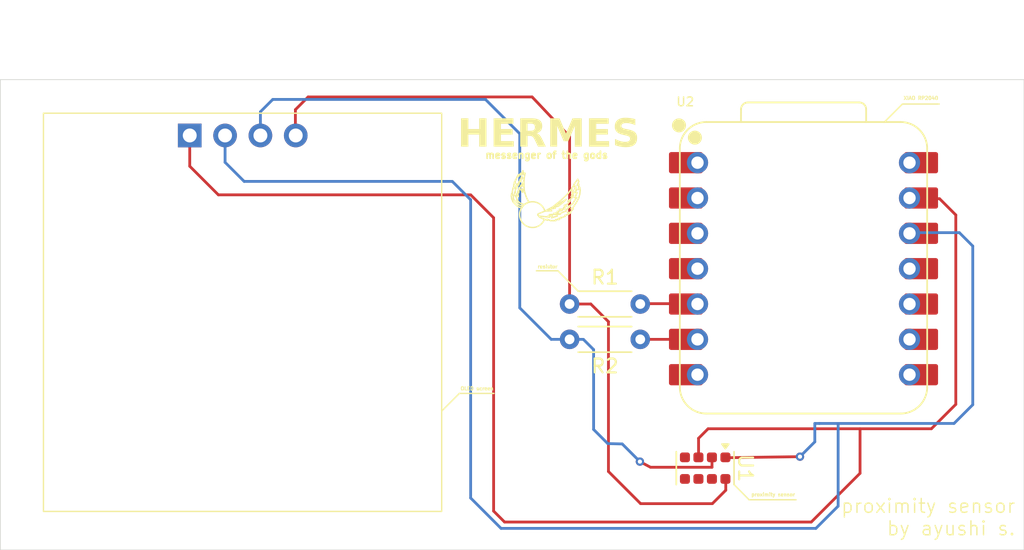
<source format=kicad_pcb>
(kicad_pcb (version 20240108) (generator "pcbnew") (generator_version "8.0")
  (layers (0 "F.Cu" signal) (31 "B.Cu" signal) (34 "B.Paste" user) (35 "F.Paste" user) (36 "B.SilkS" user "B.Silkscreen") (37 "F.SilkS" user "F.Silkscreen") (38 "B.Mask" user) (39 "F.Mask" user) (44 "Edge.Cuts" user))
  (net 0 "")
  (net 1 "VCC")
  (net 2 "GND")
  (net 3 "SDA")
  (net 4 "SCL")
  (net 5 "Net-(U2-GPIO6{slash}SDA)")
  (net 6 "Net-(U2-GPIO7{slash}SCL)")
  (footprint "Sensor:Rohm_RPR-0521RS" (layer "F.Cu") (at 106.5458 100.6472 -90)
    (property "Reference" "U1" (at 0 -2.9 -90) (layer "F.SilkS"))
    (property "Value" "RPR-0521RS")
    (fp_line (start -1.18 2.075) (end 1.18 2.075) (stroke (width 0.12)) (layer "F.SilkS"))
    (fp_line (start -1.18 -2.075) (end 1.18 -2.075) (stroke (width 0.12)) (layer "F.SilkS"))
    (fp_poly (pts (xy -1.4 -1.45) (xy -1.73 -1.21) (xy -1.73 -1.69) (xy -1.4 -1.45)) (stroke (width 0.12)) (fill solid) (layer "F.SilkS"))
    (pad "1" smd roundrect (at -0.775 -1.455 180) (size 0.72 0.7) (layers "F.Cu" "F.Paste" "F.Mask") (net 1 "VCC"))
    (pad "2" smd roundrect (at -0.775 -0.485 180) (size 0.72 0.7) (layers "F.Cu" "F.Paste" "F.Mask") (net 4 "SCL"))
    (pad "3" smd roundrect (at -0.775 0.485 180) (size 0.72 0.7) (layers "F.Cu" "F.Paste" "F.Mask") (net 2 "GND"))
    (pad "4" smd roundrect (at -0.775 1.455 180) (size 0.72 0.7) (layers "F.Cu" "F.Paste" "F.Mask"))
    (pad "5" smd roundrect (at 0.775 1.455 180) (size 0.72 0.7) (layers "F.Cu" "F.Paste" "F.Mask"))
    (pad "6" smd roundrect (at 0.775 0.485 180) (size 0.72 0.7) (layers "F.Cu" "F.Paste" "F.Mask"))
    (pad "7" smd roundrect (at 0.775 -0.485 180) (size 0.72 0.7) (layers "F.Cu" "F.Paste" "F.Mask"))
    (pad "8" smd roundrect (at 0.775 -1.455 180) (size 0.72 0.7) (layers "F.Cu" "F.Paste" "F.Mask") (net 3 "SDA"))
  )
  (footprint "ScottoKeebs_Components:OLED_128x64" (layer "F.Cu") (at 73.3044 76.7334)
    (property "Reference" "J1" (hide yes))
    (property "Value" "OLED_128x64")
    (pad "1" thru_hole rect (at -3.81 0 90) (size 1.7 1.7) (drill 1) (layers "*.Cu" "*.Mask" "In1.Cu" "In2.Cu" "In3.Cu" "In4.Cu" "In5.Cu" "In6.Cu" "In7.Cu" "In8.Cu" "In9.Cu" "In10.Cu" "In11.Cu" "In12.Cu" "In13.Cu" "In14.Cu" "In15.Cu" "In16.Cu" "In17.Cu" "In18.Cu" "In19.Cu" "In20.Cu" "In21.Cu" "In22.Cu" "In23.Cu" "In24.Cu" "In25.Cu" "In26.Cu" "In27.Cu" "In28.Cu" "In29.Cu" "In30.Cu") (net 2 "GND"))
    (pad "2" thru_hole oval (at -1.27 0 90) (size 1.7 1.7) (drill 1) (layers "*.Cu" "*.Mask" "In1.Cu" "In2.Cu" "In3.Cu" "In4.Cu" "In5.Cu" "In6.Cu" "In7.Cu" "In8.Cu" "In9.Cu" "In10.Cu" "In11.Cu" "In12.Cu" "In13.Cu" "In14.Cu" "In15.Cu" "In16.Cu" "In17.Cu" "In18.Cu" "In19.Cu" "In20.Cu" "In21.Cu" "In22.Cu" "In23.Cu" "In24.Cu" "In25.Cu" "In26.Cu" "In27.Cu" "In28.Cu" "In29.Cu" "In30.Cu") (net 1 "VCC"))
    (pad "3" thru_hole oval (at 1.27 0 90) (size 1.7 1.7) (drill 1) (layers "*.Cu" "*.Mask" "In1.Cu" "In2.Cu" "In3.Cu" "In4.Cu" "In5.Cu" "In6.Cu" "In7.Cu" "In8.Cu" "In9.Cu" "In10.Cu" "In11.Cu" "In12.Cu" "In13.Cu" "In14.Cu" "In15.Cu" "In16.Cu" "In17.Cu" "In18.Cu" "In19.Cu" "In20.Cu" "In21.Cu" "In22.Cu" "In23.Cu" "In24.Cu" "In25.Cu" "In26.Cu" "In27.Cu" "In28.Cu" "In29.Cu" "In30.Cu") (net 4 "SCL"))
    (pad "4" thru_hole oval (at 3.81 0 90) (size 1.7 1.7) (drill 1) (layers "*.Cu" "*.Mask" "In1.Cu" "In2.Cu" "In3.Cu" "In4.Cu" "In5.Cu" "In6.Cu" "In7.Cu" "In8.Cu" "In9.Cu" "In10.Cu" "In11.Cu" "In12.Cu" "In13.Cu" "In14.Cu" "In15.Cu" "In16.Cu" "In17.Cu" "In18.Cu" "In19.Cu" "In20.Cu" "In21.Cu" "In22.Cu" "In23.Cu" "In24.Cu" "In25.Cu" "In26.Cu" "In27.Cu" "In28.Cu" "In29.Cu" "In30.Cu") (net 3 "SDA"))
  )
  (footprint "Resistor_THT:R_Axial_DIN0204_L3.6mm_D1.6mm_P5.08mm_Horizontal" (layer "F.Cu") (at 101.8794 91.3892 180)
    (property "Reference" "R2" (at 2.54 -1.92 360) (layer "F.SilkS"))
    (property "Value" "R")
    (fp_line (start 0.62 0.92) (end 4.46 0.92) (stroke (width 0.12)) (layer "F.SilkS"))
    (fp_line (start 0.62 -0.92) (end 4.46 -0.92) (stroke (width 0.12)) (layer "F.SilkS"))
    (pad "1" thru_hole circle (at 0 0 180) (size 1.4 1.4) (drill 0.7) (layers "*.Cu" "*.Mask" "In1.Cu" "In2.Cu" "In3.Cu" "In4.Cu" "In5.Cu" "In6.Cu" "In7.Cu" "In8.Cu" "In9.Cu" "In10.Cu" "In11.Cu" "In12.Cu" "In13.Cu" "In14.Cu" "In15.Cu" "In16.Cu" "In17.Cu" "In18.Cu" "In19.Cu" "In20.Cu" "In21.Cu" "In22.Cu" "In23.Cu" "In24.Cu" "In25.Cu" "In26.Cu" "In27.Cu" "In28.Cu" "In29.Cu" "In30.Cu") (net 6 "Net-(U2-GPIO7{slash}SCL)"))
    (pad "2" thru_hole oval (at 5.08 0 180) (size 1.4 1.4) (drill 0.7) (layers "*.Cu" "*.Mask" "In1.Cu" "In2.Cu" "In3.Cu" "In4.Cu" "In5.Cu" "In6.Cu" "In7.Cu" "In8.Cu" "In9.Cu" "In10.Cu" "In11.Cu" "In12.Cu" "In13.Cu" "In14.Cu" "In15.Cu" "In16.Cu" "In17.Cu" "In18.Cu" "In19.Cu" "In20.Cu" "In21.Cu" "In22.Cu" "In23.Cu" "In24.Cu" "In25.Cu" "In26.Cu" "In27.Cu" "In28.Cu" "In29.Cu" "In30.Cu") (net 4 "SCL"))
  )
  (footprint "Resistor_THT:R_Axial_DIN0204_L3.6mm_D1.6mm_P5.08mm_Horizontal" (layer "F.Cu") (at 96.7994 88.8492)
    (property "Reference" "R1" (at 2.54 -1.92 0) (layer "F.SilkS"))
    (property "Value" "R")
    (fp_line (start 0.62 -0.92) (end 4.46 -0.92) (stroke (width 0.12)) (layer "F.SilkS"))
    (fp_line (start 0.62 0.92) (end 4.46 0.92) (stroke (width 0.12)) (layer "F.SilkS"))
    (pad "1" thru_hole circle (at 0 0) (size 1.4 1.4) (drill 0.7) (layers "*.Cu" "*.Mask" "In1.Cu" "In2.Cu" "In3.Cu" "In4.Cu" "In5.Cu" "In6.Cu" "In7.Cu" "In8.Cu" "In9.Cu" "In10.Cu" "In11.Cu" "In12.Cu" "In13.Cu" "In14.Cu" "In15.Cu" "In16.Cu" "In17.Cu" "In18.Cu" "In19.Cu" "In20.Cu" "In21.Cu" "In22.Cu" "In23.Cu" "In24.Cu" "In25.Cu" "In26.Cu" "In27.Cu" "In28.Cu" "In29.Cu" "In30.Cu") (net 3 "SDA"))
    (pad "2" thru_hole oval (at 5.08 0) (size 1.4 1.4) (drill 0.7) (layers "*.Cu" "*.Mask" "In1.Cu" "In2.Cu" "In3.Cu" "In4.Cu" "In5.Cu" "In6.Cu" "In7.Cu" "In8.Cu" "In9.Cu" "In10.Cu" "In11.Cu" "In12.Cu" "In13.Cu" "In14.Cu" "In15.Cu" "In16.Cu" "In17.Cu" "In18.Cu" "In19.Cu" "In20.Cu" "In21.Cu" "In22.Cu" "In23.Cu" "In24.Cu" "In25.Cu" "In26.Cu" "In27.Cu" "In28.Cu" "In29.Cu" "In30.Cu") (net 5 "Net-(U2-GPIO6{slash}SDA)"))
  )
  (footprint "footprints:XIAO-RP2040-DIP (1)" (layer "F.Cu") (at 113.6142 86.3092)
    (property "Reference" "U2" (at -8.5 -12 0) (layer "F.SilkS") (effects (font (size 0.635 0.635) (thickness 0.1016))))
    (property "Value" "XIAO-RP2040-DIP")
    (fp_line (start -8.89 8.509) (end -8.89 -8.636) (stroke (width 0.127)) (layer "F.SilkS"))
    (fp_line (start -6.985 10.414) (end 6.985 10.414) (stroke (width 0.127)) (layer "F.SilkS"))
    (fp_line (start -4.495 -10.541) (end -4.491272 -11.451272) (stroke (width 0.127)) (layer "F.SilkS"))
    (fp_line (start -3.991272 -11.951) (end 4.004 -11.951) (stroke (width 0.127)) (layer "F.SilkS"))
    (fp_line (start 4.504 -11.451) (end 4.504 -10.541) (stroke (width 0.127)) (layer "F.SilkS"))
    (fp_line (start 6.985 -10.541) (end -6.985 -10.541) (stroke (width 0.1)) (layer "F.SilkS"))
    (fp_line (start 6.985 -10.541) (end -6.985 -10.541) (stroke (width 0.127)) (layer "F.SilkS"))
    (fp_line (start 8.89 8.509) (end 8.89 -8.636) (stroke (width 0.127)) (layer "F.SilkS"))
    (fp_arc (start -8.89 -8.636) (mid -8.332038 -9.983038) (end -6.985 -10.541) (stroke (width 0.127)) (layer "F.SilkS"))
    (fp_arc (start -6.985 10.414) (mid -8.332038 9.856038) (end -8.89 8.509) (stroke (width 0.127)) (layer "F.SilkS"))
    (fp_arc (start -4.491272 -11.451272) (mid -4.344728 -11.80464) (end -3.991272 -11.951) (stroke (width 0.127)) (layer "F.SilkS"))
    (fp_arc (start 4.004 -11.951) (mid 4.357553 -11.804553) (end 4.504 -11.451) (stroke (width 0.127)) (layer "F.SilkS"))
    (fp_arc (start 6.985 -10.541) (mid 8.332038 -9.983038) (end 8.89 -8.636) (stroke (width 0.127)) (layer "F.SilkS"))
    (fp_arc (start 8.89 8.509) (mid 8.332038 9.856038) (end 6.985 10.414) (stroke (width 0.127)) (layer "F.SilkS"))
    (fp_circle (center -8.95 -10.3) (end -8.95 -10.554) (stroke (width 0.5)) (fill solid) (layer "F.SilkS"))
    (fp_circle (center -7.807 -9.42) (end -7.807 -9.674) (stroke (width 0.5)) (fill solid) (layer "F.SilkS"))
    (pad "1" smd roundrect (at -8.455 -7.62 180) (size 2.432 1.524) (layers "F.Cu" "F.Mask") (roundrect_rratio 0.1))
    (pad "1" thru_hole circle (at -7.62 -7.62 180) (size 1.524 1.524) (drill 0.889) (layers "*.Cu" "*.Mask" "In1.Cu" "In2.Cu" "In3.Cu" "In4.Cu" "In5.Cu" "In6.Cu" "In7.Cu" "In8.Cu" "In9.Cu" "In10.Cu" "In11.Cu" "In12.Cu" "In13.Cu" "In14.Cu" "In15.Cu" "In16.Cu" "In17.Cu" "In18.Cu" "In19.Cu" "In20.Cu" "In21.Cu" "In22.Cu" "In23.Cu" "In24.Cu" "In25.Cu" "In26.Cu" "In27.Cu" "In28.Cu" "In29.Cu" "In30.Cu"))
    (pad "2" smd roundrect (at -8.455 -5.08 180) (size 2.432 1.524) (layers "F.Cu" "F.Mask") (roundrect_rratio 0.1))
    (pad "2" thru_hole circle (at -7.62 -5.08 180) (size 1.524 1.524) (drill 0.889) (layers "*.Cu" "*.Mask" "In1.Cu" "In2.Cu" "In3.Cu" "In4.Cu" "In5.Cu" "In6.Cu" "In7.Cu" "In8.Cu" "In9.Cu" "In10.Cu" "In11.Cu" "In12.Cu" "In13.Cu" "In14.Cu" "In15.Cu" "In16.Cu" "In17.Cu" "In18.Cu" "In19.Cu" "In20.Cu" "In21.Cu" "In22.Cu" "In23.Cu" "In24.Cu" "In25.Cu" "In26.Cu" "In27.Cu" "In28.Cu" "In29.Cu" "In30.Cu"))
    (pad "3" smd roundrect (at -8.455 -2.54 180) (size 2.432 1.524) (layers "F.Cu" "F.Mask") (roundrect_rratio 0.1))
    (pad "3" thru_hole circle (at -7.62 -2.54 180) (size 1.524 1.524) (drill 0.889) (layers "*.Cu" "*.Mask" "In1.Cu" "In2.Cu" "In3.Cu" "In4.Cu" "In5.Cu" "In6.Cu" "In7.Cu" "In8.Cu" "In9.Cu" "In10.Cu" "In11.Cu" "In12.Cu" "In13.Cu" "In14.Cu" "In15.Cu" "In16.Cu" "In17.Cu" "In18.Cu" "In19.Cu" "In20.Cu" "In21.Cu" "In22.Cu" "In23.Cu" "In24.Cu" "In25.Cu" "In26.Cu" "In27.Cu" "In28.Cu" "In29.Cu" "In30.Cu"))
    (pad "4" smd roundrect (at -8.455 0 180) (size 2.432 1.524) (layers "F.Cu" "F.Mask") (roundrect_rratio 0.1))
    (pad "4" thru_hole circle (at -7.62 0 180) (size 1.524 1.524) (drill 0.889) (layers "*.Cu" "*.Mask" "In1.Cu" "In2.Cu" "In3.Cu" "In4.Cu" "In5.Cu" "In6.Cu" "In7.Cu" "In8.Cu" "In9.Cu" "In10.Cu" "In11.Cu" "In12.Cu" "In13.Cu" "In14.Cu" "In15.Cu" "In16.Cu" "In17.Cu" "In18.Cu" "In19.Cu" "In20.Cu" "In21.Cu" "In22.Cu" "In23.Cu" "In24.Cu" "In25.Cu" "In26.Cu" "In27.Cu" "In28.Cu" "In29.Cu" "In30.Cu"))
    (pad "5" smd roundrect (at -8.455 2.54 180) (size 2.432 1.524) (layers "F.Cu" "F.Mask") (roundrect_rratio 0.1) (net 5 "Net-(U2-GPIO6{slash}SDA)"))
    (pad "5" thru_hole circle (at -7.62 2.54 180) (size 1.524 1.524) (drill 0.889) (layers "*.Cu" "*.Mask" "In1.Cu" "In2.Cu" "In3.Cu" "In4.Cu" "In5.Cu" "In6.Cu" "In7.Cu" "In8.Cu" "In9.Cu" "In10.Cu" "In11.Cu" "In12.Cu" "In13.Cu" "In14.Cu" "In15.Cu" "In16.Cu" "In17.Cu" "In18.Cu" "In19.Cu" "In20.Cu" "In21.Cu" "In22.Cu" "In23.Cu" "In24.Cu" "In25.Cu" "In26.Cu" "In27.Cu" "In28.Cu" "In29.Cu" "In30.Cu") (net 5 "Net-(U2-GPIO6{slash}SDA)"))
    (pad "6" smd roundrect (at -8.455 5.08 180) (size 2.432 1.524) (layers "F.Cu" "F.Mask") (roundrect_rratio 0.1) (net 6 "Net-(U2-GPIO7{slash}SCL)"))
    (pad "6" thru_hole circle (at -7.62 5.08 180) (size 1.524 1.524) (drill 0.889) (layers "*.Cu" "*.Mask" "In1.Cu" "In2.Cu" "In3.Cu" "In4.Cu" "In5.Cu" "In6.Cu" "In7.Cu" "In8.Cu" "In9.Cu" "In10.Cu" "In11.Cu" "In12.Cu" "In13.Cu" "In14.Cu" "In15.Cu" "In16.Cu" "In17.Cu" "In18.Cu" "In19.Cu" "In20.Cu" "In21.Cu" "In22.Cu" "In23.Cu" "In24.Cu" "In25.Cu" "In26.Cu" "In27.Cu" "In28.Cu" "In29.Cu" "In30.Cu") (net 6 "Net-(U2-GPIO7{slash}SCL)"))
    (pad "7" smd roundrect (at -8.455 7.62 180) (size 2.432 1.524) (layers "F.Cu" "F.Mask") (roundrect_rratio 0.1))
    (pad "7" thru_hole circle (at -7.62 7.62 180) (size 1.524 1.524) (drill 0.889) (layers "*.Cu" "*.Mask" "In1.Cu" "In2.Cu" "In3.Cu" "In4.Cu" "In5.Cu" "In6.Cu" "In7.Cu" "In8.Cu" "In9.Cu" "In10.Cu" "In11.Cu" "In12.Cu" "In13.Cu" "In14.Cu" "In15.Cu" "In16.Cu" "In17.Cu" "In18.Cu" "In19.Cu" "In20.Cu" "In21.Cu" "In22.Cu" "In23.Cu" "In24.Cu" "In25.Cu" "In26.Cu" "In27.Cu" "In28.Cu" "In29.Cu" "In30.Cu"))
    (pad "8" thru_hole circle (at 7.62 7.62) (size 1.524 1.524) (drill 0.889) (layers "*.Cu" "*.Mask" "In1.Cu" "In2.Cu" "In3.Cu" "In4.Cu" "In5.Cu" "In6.Cu" "In7.Cu" "In8.Cu" "In9.Cu" "In10.Cu" "In11.Cu" "In12.Cu" "In13.Cu" "In14.Cu" "In15.Cu" "In16.Cu" "In17.Cu" "In18.Cu" "In19.Cu" "In20.Cu" "In21.Cu" "In22.Cu" "In23.Cu" "In24.Cu" "In25.Cu" "In26.Cu" "In27.Cu" "In28.Cu" "In29.Cu" "In30.Cu"))
    (pad "8" smd roundrect (at 8.455 7.62) (size 2.432 1.524) (layers "F.Cu" "F.Mask") (roundrect_rratio 0.1))
    (pad "9" thru_hole circle (at 7.62 5.08) (size 1.524 1.524) (drill 0.889) (layers "*.Cu" "*.Mask" "In1.Cu" "In2.Cu" "In3.Cu" "In4.Cu" "In5.Cu" "In6.Cu" "In7.Cu" "In8.Cu" "In9.Cu" "In10.Cu" "In11.Cu" "In12.Cu" "In13.Cu" "In14.Cu" "In15.Cu" "In16.Cu" "In17.Cu" "In18.Cu" "In19.Cu" "In20.Cu" "In21.Cu" "In22.Cu" "In23.Cu" "In24.Cu" "In25.Cu" "In26.Cu" "In27.Cu" "In28.Cu" "In29.Cu" "In30.Cu"))
    (pad "9" smd roundrect (at 8.455 5.08) (size 2.432 1.524) (layers "F.Cu" "F.Mask") (roundrect_rratio 0.1))
    (pad "10" thru_hole circle (at 7.62 2.54) (size 1.524 1.524) (drill 0.889) (layers "*.Cu" "*.Mask" "In1.Cu" "In2.Cu" "In3.Cu" "In4.Cu" "In5.Cu" "In6.Cu" "In7.Cu" "In8.Cu" "In9.Cu" "In10.Cu" "In11.Cu" "In12.Cu" "In13.Cu" "In14.Cu" "In15.Cu" "In16.Cu" "In17.Cu" "In18.Cu" "In19.Cu" "In20.Cu" "In21.Cu" "In22.Cu" "In23.Cu" "In24.Cu" "In25.Cu" "In26.Cu" "In27.Cu" "In28.Cu" "In29.Cu" "In30.Cu"))
    (pad "10" smd roundrect (at 8.455 2.54) (size 2.432 1.524) (layers "F.Cu" "F.Mask") (roundrect_rratio 0.1))
    (pad "11" thru_hole circle (at 7.62 0) (size 1.524 1.524) (drill 0.889) (layers "*.Cu" "*.Mask" "In1.Cu" "In2.Cu" "In3.Cu" "In4.Cu" "In5.Cu" "In6.Cu" "In7.Cu" "In8.Cu" "In9.Cu" "In10.Cu" "In11.Cu" "In12.Cu" "In13.Cu" "In14.Cu" "In15.Cu" "In16.Cu" "In17.Cu" "In18.Cu" "In19.Cu" "In20.Cu" "In21.Cu" "In22.Cu" "In23.Cu" "In24.Cu" "In25.Cu" "In26.Cu" "In27.Cu" "In28.Cu" "In29.Cu" "In30.Cu"))
    (pad "11" smd roundrect (at 8.455 0) (size 2.432 1.524) (layers "F.Cu" "F.Mask") (roundrect_rratio 0.1))
    (pad "12" thru_hole circle (at 7.62 -2.54) (size 1.524 1.524) (drill 0.889) (layers "*.Cu" "*.Mask" "In1.Cu" "In2.Cu" "In3.Cu" "In4.Cu" "In5.Cu" "In6.Cu" "In7.Cu" "In8.Cu" "In9.Cu" "In10.Cu" "In11.Cu" "In12.Cu" "In13.Cu" "In14.Cu" "In15.Cu" "In16.Cu" "In17.Cu" "In18.Cu" "In19.Cu" "In20.Cu" "In21.Cu" "In22.Cu" "In23.Cu" "In24.Cu" "In25.Cu" "In26.Cu" "In27.Cu" "In28.Cu" "In29.Cu" "In30.Cu") (net 1 "VCC"))
    (pad "12" smd roundrect (at 8.455 -2.54) (size 2.432 1.524) (layers "F.Cu" "F.Mask") (roundrect_rratio 0.1) (net 1 "VCC"))
    (pad "13" thru_hole circle (at 7.62 -5.08) (size 1.524 1.524) (drill 0.889) (layers "*.Cu" "*.Mask" "In1.Cu" "In2.Cu" "In3.Cu" "In4.Cu" "In5.Cu" "In6.Cu" "In7.Cu" "In8.Cu" "In9.Cu" "In10.Cu" "In11.Cu" "In12.Cu" "In13.Cu" "In14.Cu" "In15.Cu" "In16.Cu" "In17.Cu" "In18.Cu" "In19.Cu" "In20.Cu" "In21.Cu" "In22.Cu" "In23.Cu" "In24.Cu" "In25.Cu" "In26.Cu" "In27.Cu" "In28.Cu" "In29.Cu" "In30.Cu") (net 2 "GND"))
    (pad "13" smd roundrect (at 8.455 -5.08) (size 2.432 1.524) (layers "F.Cu" "F.Mask") (roundrect_rratio 0.1) (net 2 "GND"))
    (pad "14" thru_hole circle (at 7.62 -7.62) (size 1.524 1.524) (drill 0.889) (layers "*.Cu" "*.Mask" "In1.Cu" "In2.Cu" "In3.Cu" "In4.Cu" "In5.Cu" "In6.Cu" "In7.Cu" "In8.Cu" "In9.Cu" "In10.Cu" "In11.Cu" "In12.Cu" "In13.Cu" "In14.Cu" "In15.Cu" "In16.Cu" "In17.Cu" "In18.Cu" "In19.Cu" "In20.Cu" "In21.Cu" "In22.Cu" "In23.Cu" "In24.Cu" "In25.Cu" "In26.Cu" "In27.Cu" "In28.Cu" "In29.Cu" "In30.Cu"))
    (pad "14" smd roundrect (at 8.455 -7.62) (size 2.432 1.524) (layers "F.Cu" "F.Mask") (roundrect_rratio 0.1))
  )
  (gr_line (start 71.5518 81.0006) (end 89.6874 81.0006) (stroke (width 0.2)) (layer "F.Cu") (net 2))
  (gr_line (start 99.5934 100.8888) (end 101.9048 103.2002) (stroke (width 0.2)) (layer "F.Cu") (net 3))
  (gr_line (start 114.173 104.521) (end 117.6782 101.0158) (stroke (width 0.2)) (layer "F.Cu") (net 2))
  (gr_line (start 106.0704 98.5012) (end 106.7562 97.8154) (stroke (width 0.2)) (layer "F.Cu") (net 2))
  (gr_line (start 78.0034 73.9648) (end 94.107 73.9648) (stroke (width 0.2)) (layer "F.Cu") (net 3))
  (gr_line (start 101.854 100.1776) (end 102.616 100.584) (stroke (width 0.2)) (layer "F.Cu") (net 4))
  (gr_line (start 101.9048 103.2002) (end 107.061 103.2002) (stroke (width 0.2)) (layer "F.Cu") (net 3))
  (gr_line (start 113.3602 99.822) (end 108.0262 99.8982) (stroke (width 0.2)) (layer "F.Cu") (net 1))
  (gr_line (start 106.7562 97.8154) (end 122.809 97.8154) (stroke (width 0.2)) (layer "F.Cu") (net 2))
  (gr_line (start 102.616 100.584) (end 107.0356 100.584) (stroke (width 0.2)) (layer "F.Cu") (net 4))
  (gr_line (start 124.5616 96.0628) (end 124.5616 82.4484) (stroke (width 0.2)) (layer "F.Cu") (net 2))
  (gr_line (start 91.3384 103.7336) (end 92.1258 104.521) (stroke (width 0.2)) (layer "F.Cu") (net 2))
  (gr_line (start 107.0356 100.584) (end 107.0356 99.8728) (stroke (width 0.2)) (layer "F.Cu") (net 4))
  (gr_line (start 101.8794 88.8238) (end 106.0196 88.8238) (stroke (width 0.2)) (layer "F.Cu") (net 5))
  (gr_line (start 99.5934 90.1192) (end 99.5934 100.8888) (stroke (width 0.2)) (layer "F.Cu") (net 3))
  (gr_line (start 122.809 97.8154) (end 124.5616 96.0628) (stroke (width 0.2)) (layer "F.Cu") (net 2))
  (gr_line (start 96.7994 88.8492) (end 98.3234 88.8492) (stroke (width 0.2)) (layer "F.Cu") (net 3))
  (gr_line (start 77.089 74.8792) (end 78.0034 73.9648) (stroke (width 0.2)) (layer "F.Cu") (net 3))
  (gr_line (start 101.8794 91.3892) (end 105.9942 91.3892) (stroke (width 0.2)) (layer "F.Cu") (net 6))
  (gr_line (start 96.7994 76.8096) (end 94.107 73.9648) (stroke (width 0.2)) (layer "F.Cu") (net 3))
  (gr_line (start 98.3234 88.8492) (end 99.5934 90.1192) (stroke (width 0.2)) (layer "F.Cu") (net 3))
  (gr_line (start 91.3384 82.6516) (end 91.3384 103.7336) (stroke (width 0.2)) (layer "F.Cu") (net 2))
  (gr_line (start 89.6874 81.0006) (end 91.3384 82.6516) (stroke (width 0.2)) (layer "F.Cu") (net 2))
  (gr_line (start 107.061 103.2002) (end 108.0262 102.235) (stroke (width 0.2)) (layer "F.Cu") (net 3))
  (gr_line (start 124.5616 82.4484) (end 123.3932 81.28) (stroke (width 0.2)) (layer "F.Cu") (net 2))
  (gr_line (start 108.0262 102.235) (end 108.0262 101.5238) (stroke (width 0.2)) (layer "F.Cu") (net 3))
  (gr_line (start 69.4944 76.7334) (end 69.4944 78.9432) (stroke (width 0.2)) (layer "F.Cu") (net 2))
  (gr_line (start 117.6782 101.0158) (end 117.6782 97.8154) (stroke (width 0.2)) (layer "F.Cu") (net 2))
  (gr_line (start 123.3932 81.28) (end 121.2342 81.28) (stroke (width 0.2)) (layer "F.Cu") (net 2))
  (gr_line (start 92.1258 104.521) (end 114.173 104.521) (stroke (width 0.2)) (layer "F.Cu") (net 2))
  (gr_line (start 77.089 76.6826) (end 77.089 74.8792) (stroke (width 0.2)) (layer "F.Cu") (net 3))
  (gr_line (start 106.0704 99.949) (end 106.0704 98.5012) (stroke (width 0.2)) (layer "F.Cu") (net 2))
  (gr_line (start 69.4944 78.9432) (end 71.5518 81.0006) (stroke (width 0.2)) (layer "F.Cu") (net 2))
  (gr_line (start 96.7994 88.8492) (end 96.7994 76.8096) (stroke (width 0.2)) (layer "F.Cu") (net 3))
  (gr_line (start 72.0344 76.7588) (end 72.0344 78.6638) (stroke (width 0.2)) (layer "B.Cu") (net 1))
  (gr_line (start 114.427 98.7552) (end 114.427 97.4344) (stroke (width 0.2)) (layer "B.Cu") (net 1))
  (gr_line (start 100.584 98.9076) (end 99.5426 98.8822) (stroke (width 0.2)) (layer "B.Cu") (net 4))
  (gr_line (start 90.7542 74.1426) (end 93.218 76.6064) (stroke (width 0.2)) (layer "B.Cu") (net 4))
  (gr_line (start 116.1034 103.378) (end 116.1034 97.4598) (stroke (width 0.2)) (layer "B.Cu") (net 1))
  (gr_line (start 114.7572 97.4344) (end 124.4346 97.4344) (stroke (width 0.2)) (layer "B.Cu") (net 1))
  (gr_line (start 73.406 80.0354) (end 88.3666 80.0354) (stroke (width 0.2)) (layer "B.Cu") (net 1))
  (gr_line (start 72.0344 78.6638) (end 73.406 80.0354) (stroke (width 0.2)) (layer "B.Cu") (net 1))
  (gr_line (start 74.5744 76.7334) (end 74.5744 75.0316) (stroke (width 0.2)) (layer "B.Cu") (net 4))
  (gr_line (start 97.79 91.3892) (end 98.5266 92.1258) (stroke (width 0.2)) (layer "B.Cu") (net 4))
  (gr_line (start 125.7808 84.6836) (end 124.8156 83.7184) (stroke (width 0.2)) (layer "B.Cu") (net 1))
  (gr_line (start 98.5266 97.8662) (end 99.5426 98.8822) (stroke (width 0.2)) (layer "B.Cu") (net 4))
  (gr_line (start 98.5266 92.1258) (end 98.5266 97.8662) (stroke (width 0.2)) (layer "B.Cu") (net 4))
  (gr_line (start 89.6874 102.7938) (end 91.8718 104.9782) (stroke (width 0.2)) (layer "B.Cu") (net 1))
  (gr_line (start 113.3602 99.822) (end 114.427 98.7552) (stroke (width 0.2)) (layer "B.Cu") (net 1))
  (gr_line (start 124.4346 97.4344) (end 125.7808 96.0882) (stroke (width 0.2)) (layer "B.Cu") (net 1))
  (gr_line (start 91.8718 104.9782) (end 114.5032 104.9782) (stroke (width 0.2)) (layer "B.Cu") (net 1))
  (gr_line (start 101.854 100.1776) (end 100.584 98.9076) (stroke (width 0.2)) (layer "B.Cu") (net 4))
  (gr_line (start 114.5032 104.9782) (end 116.1034 103.378) (stroke (width 0.2)) (layer "B.Cu") (net 1))
  (gr_line (start 125.7808 96.0882) (end 125.7808 84.6836) (stroke (width 0.2)) (layer "B.Cu") (net 1))
  (gr_line (start 124.8156 83.7184) (end 121.285 83.7184) (stroke (width 0.2)) (layer "B.Cu") (net 1))
  (gr_line (start 93.218 89.1286) (end 95.4786 91.3892) (stroke (width 0.2)) (layer "B.Cu") (net 4))
  (gr_line (start 93.218 76.6064) (end 93.218 89.1286) (stroke (width 0.2)) (layer "B.Cu") (net 4))
  (gr_line (start 88.3666 80.0354) (end 89.6874 81.3562) (stroke (width 0.2)) (layer "B.Cu") (net 1))
  (gr_line (start 95.4786 91.3892) (end 96.7994 91.3892) (stroke (width 0.2)) (layer "B.Cu") (net 4))
  (gr_line (start 74.5744 75.0316) (end 75.4634 74.1426) (stroke (width 0.2)) (layer "B.Cu") (net 4))
  (gr_line (start 114.427 97.4344) (end 114.7572 97.4344) (stroke (width 0.2)) (layer "B.Cu") (net 1))
  (gr_line (start 96.7994 91.3892) (end 97.79 91.3892) (stroke (width 0.2)) (layer "B.Cu") (net 4))
  (gr_line (start 75.4634 74.1426) (end 90.7542 74.1426) (stroke (width 0.2)) (layer "B.Cu") (net 4))
  (gr_line (start 89.6874 81.3562) (end 89.6874 102.7938) (stroke (width 0.2)) (layer "B.Cu") (net 1))
  (gr_line (start 95.9866 81.8134) (end 96.3168 81.5594) (stroke (width 0.1)) (layer "F.SilkS"))
  (gr_line (start 96.901 81.1276) (end 97.0788 81.026) (stroke (width 0.1)) (layer "F.SilkS"))
  (gr_line (start 92.6338 81.28) (end 92.6084 81.0768) (stroke (width 0.1)) (layer "F.SilkS"))
  (gr_line (start 92.8878 80.0354) (end 92.9132 79.9084) (stroke (width 0.1)) (layer "F.SilkS"))
  (gr_line (start 93.5228 80.2386) (end 93.5228 79.9846) (stroke (width 0.1)) (layer "F.SilkS"))
  (gr_line (start 92.8624 80.7974) (end 92.8878 80.8482) (stroke (width 0.1)) (layer "F.SilkS"))
  (gr_line (start 92.6084 81.0768) (end 92.6338 80.899) (stroke (width 0.1)) (layer "F.SilkS"))
  (gr_line (start 93.091 81.026) (end 93.1164 81.1276) (stroke (width 0.1)) (layer "F.SilkS"))
  (gr_line (start 97.282 81.5594) (end 97.028 81.9404) (stroke (width 0.1)) (layer "F.SilkS"))
  (gr_line (start 96.266 82.1182) (end 96.0628 82.042) (stroke (width 0.1)) (layer "F.SilkS"))
  (gr_line (start 95.2881 82.0293) (end 95.758 81.9658) (stroke (width 0.1)) (layer "F.SilkS"))
  (gr_line (start 96.0628 82.042) (end 96.4692 82.0166) (stroke (width 0.1)) (layer "F.SilkS"))
  (gr_line (start 96.8248 82.2706) (end 96.647 82.2706) (stroke (width 0.1)) (layer "F.SilkS"))
  (gr_line (start 95.5548 82.5246) (end 95.3516 82.423) (stroke (width 0.1)) (layer "F.SilkS"))
  (gr_line (start 93.6752 81.1276) (end 93.599 80.899) (stroke (width 0.1)) (layer "F.SilkS"))
  (gr_line (start 97.4598 80.2386) (end 97.4598 80.4672) (stroke (width 0.1)) (layer "F.SilkS"))
  (gr_line (start 97.028 80.4418) (end 97.155 80.1878) (stroke (width 0.1)) (layer "F.SilkS"))
  (gr_line (start 97.1804 81.2038) (end 97.282 80.9752) (stroke (width 0.1)) (layer "F.SilkS"))
  (gr_line (start 97.3074 81.2038) (end 97.1804 81.2038) (stroke (width 0.1)) (layer "F.SilkS"))
  (gr_line (start 94.5769 82.5246) (end 95.3516 82.6008) (stroke (width 0.1)) (layer "F.SilkS"))
  (gr_line (start 93.0148 79.7306) (end 93.1164 79.5528) (stroke (width 0.1)) (layer "F.SilkS"))
  (gr_line (start 92.9386 79.9338) (end 93.0148 79.7306) (stroke (width 0.1)) (layer "F.SilkS"))
  (gr_line (start 96.9772 80.8228) (end 97.0534 80.6704) (stroke (width 0.1)) (layer "F.SilkS"))
  (gr_line (start 96.139 81.4324) (end 96.6978 80.899) (stroke (width 0.1)) (layer "F.SilkS"))
  (gr_line (start 93.5482 80.6958) (end 93.5228 80.4418) (stroke (width 0.1)) (layer "F.SilkS"))
  (gr_line (start 93.4466 79.2734) (end 93.4466 79.5528) (stroke (width 0.1)) (layer "F.SilkS"))
  (gr_line (start 95.9866 82.7024) (end 96.0374 82.7786) (stroke (width 0.1)) (layer "F.SilkS"))
  (gr_line (start 95.6818 82.3214) (end 96.012 82.296) (stroke (width 0.1)) (layer "F.SilkS"))
  (gr_line (start 96.0374 82.7786) (end 95.8088 82.7786) (stroke (width 0.1)) (layer "F.SilkS"))
  (gr_line (start 93.2942 80.3148) (end 93.2434 80.4672) (stroke (width 0.1)) (layer "F.SilkS"))
  (gr_rect (start 58.9788 75.1332) (end 87.6046 103.759) (stroke (width 0.1)) (fill none) (layer "F.SilkS"))
  (gr_line (start 97.0534 80.6704) (end 96.8629 80.6704) (stroke (width 0.1)) (layer "F.SilkS"))
  (gr_line (start 95.3516 82.423) (end 95.8088 82.3976) (stroke (width 0.1)) (layer "F.SilkS"))
  (gr_line (start 97.028 81.9404) (end 96.901 81.9912) (stroke (width 0.1)) (layer "F.SilkS"))
  (gr_line (start 93.3196 79.7306) (end 93.3704 79.6798) (stroke (width 0.1)) (layer "F.SilkS"))
  (gr_line (start 93.3704 79.6798) (end 93.472 79.9084) (stroke (width 0.1)) (layer "F.SilkS"))
  (gr_line (start 92.6846 81.026) (end 92.6846 80.772) (stroke (width 0.1)) (layer "F.SilkS"))
  (gr_line (start 92.8878 80.8482) (end 92.9132 80.5688) (stroke (width 0.1)) (layer "F.SilkS"))
  (gr_line (start 93.8276 81.534) (end 93.9038 81.534) (stroke (width 0.1)) (layer "F.SilkS"))
  (gr_line (start 96.5454 81.3308) (end 95.7326 81.8134) (stroke (width 0.1)) (layer "F.SilkS"))
  (gr_line (start 97.2566 80.4926) (end 97.1804 80.5434) (stroke (width 0.1)) (layer "F.SilkS"))
  (gr_line (start 87.63 96.52) (end 88.8746 95.2754) (stroke (width 0.1)) (layer "F.SilkS"))
  (gr_line (start 93.0402 81.3562) (end 92.9132 81.0768) (stroke (width 0.1)) (layer "F.SilkS"))
  (gr_line (start 95.9612 86.4616) (end 94.4118 86.4616) (stroke (width 0.1)) (layer "F.SilkS"))
  (gr_line (start 97.028 81.6356) (end 97.1296 81.4578) (stroke (width 0.1)) (layer "F.SilkS"))
  (gr_line (start 97.155 80.8228) (end 97.282 80.6958) (stroke (width 0.1)) (layer "F.SilkS"))
  (gr_line (start 92.964 81.1022) (end 92.9894 81.026) (stroke (width 0.1)) (layer "F.SilkS"))
  (gr_line (start 96.9518 80.9752) (end 97.155 80.8228) (stroke (width 0.1)) (layer "F.SilkS"))
  (gr_line (start 93.5482 79.7306) (end 93.599 79.4512) (stroke (width 0.1)) (layer "F.SilkS"))
  (gr_line (start 95.758 81.9658) (end 95.5802 81.915) (stroke (width 0.1)) (layer "F.SilkS"))
  (gr_line (start 93.1418 80.8482) (end 93.1926 80.4926) (stroke (width 0.1)) (layer "F.SilkS"))
  (gr_line (start 94.6404 82.6008) (end 94.5134 82.4484) (stroke (width 0.1)) (layer "F.SilkS"))
  (gr_line (start 88.8746 95.2754) (end 91.3638 95.2754) (stroke (width 0.1)) (layer "F.SilkS"))
  (gr_line (start 92.8116 81.3816) (end 92.7608 81.28) (stroke (width 0.1)) (layer "F.SilkS"))
  (gr_line (start 96.8756 82.296) (end 96.7232 82.3976) (stroke (width 0.1)) (layer "F.SilkS"))
  (gr_line (start 96.6724 81.4578) (end 96.8248 81.3308) (stroke (width 0.1)) (layer "F.SilkS"))
  (gr_line (start 96.1644 82.7024) (end 95.9866 82.7024) (stroke (width 0.1)) (layer "F.SilkS"))
  (gr_line (start 95.5802 81.915) (end 95.9866 81.8134) (stroke (width 0.1)) (layer "F.SilkS"))
  (gr_line (start 93.4466 81.788) (end 93.5482 81.6864) (stroke (width 0.1)) (layer "F.SilkS"))
  (gr_line (start 97.3836 79.883) (end 97.4598 80.0354) (stroke (width 0.1)) (layer "F.SilkS"))
  (gr_line (start 93.0148 81.5594) (end 92.9132 81.4832) (stroke (width 0.1)) (layer "F.SilkS"))
  (gr_line (start 97.155 80.8228) (end 96.9772 80.8228) (stroke (width 0.1)) (layer "F.SilkS"))
  (gr_line (start 93.1164 81.1276) (end 93.091 80.899) (stroke (width 0.1)) (layer "F.SilkS"))
  (gr_line (start 93.1926 80.4926) (end 93.4212 80.8228) (stroke (width 0.1)) (layer "F.SilkS"))
  (gr_line (start 93.3958 80.5688) (end 93.5228 80.7212) (stroke (width 0.1)) (layer "F.SilkS"))
  (gr_line (start 97.2058 80.645) (end 97.2566 80.4926) (stroke (width 0.1)) (layer "F.SilkS"))
  (gr_line (start 96.8502 81.8388) (end 96.6978 81.8388) (stroke (width 0.1)) (layer "F.SilkS"))
  (gr_line (start 93.1926 81.8896) (end 93.0148 81.788) (stroke (width 0.1)) (layer "F.SilkS"))
  (gr_line (start 97.4598 81.2292) (end 97.282 81.5594) (stroke (width 0.1)) (layer "F.SilkS"))
  (gr_line (start 96.3168 81.5594) (end 96.5454 81.3308) (stroke (width 0.1)) (layer "F.SilkS"))
  (gr_line (start 93.0148 80.9244) (end 93.0656 81.0006) (stroke (width 0.1)) (layer "F.SilkS"))
  (gr_line (start 97.5614 80.6704) (end 97.536 80.9498) (stroke (width 0.1)) (layer "F.SilkS"))
  (gr_line (start 93.3704 81.9404) (end 93.4466 81.788) (stroke (width 0.1)) (layer "F.SilkS"))
  (gr_line (start 95.0214 82.169) (end 95.5548 81.8896) (stroke (width 0.1)) (layer "F.SilkS"))
  (gr_line (start 93.3958 80.1878) (end 93.345 80.391) (stroke (width 0.1)) (layer "F.SilkS"))
  (gr_line (start 96.5454 81.8388) (end 96.4184 81.7626) (stroke (width 0.1)) (layer "F.SilkS"))
  (gr_line (start 95.3516 82.6008) (end 95.25 82.5246) (stroke (width 0.1)) (layer "F.SilkS"))
  (gr_line (start 96.901 81.9912) (end 97.0534 82.0166) (stroke (width 0.1)) (layer "F.SilkS"))
  (gr_line (start 96.7232 82.3976) (end 96.4692 82.4738) (stroke (width 0.1)) (layer "F.SilkS"))
  (gr_line (start 97.282 80.6196) (end 97.2058 80.645) (stroke (width 0.1)) (layer "F.SilkS"))
  (gr_line (start 97.1804 80.5434) (end 97.2312 80.391) (stroke (width 0.1)) (layer "F.SilkS"))
  (gr_line (start 96.4184 81.7626) (end 96.6216 81.6864) (stroke (width 0.1)) (layer "F.SilkS"))
  (gr_line (start 93.1418 80.2894) (end 93.2434 79.883) (stroke (width 0.1)) (layer "F.SilkS"))
  (gr_line (start 93.5228 80.7212) (end 93.599 80.899) (stroke (width 0.1)) (layer "F.SilkS"))
  (gr_line (start 97.536 80.4672) (end 97.5614 80.6704) (stroke (width 0.1)) (layer "F.SilkS"))
  (gr_line (start 95.9104 82.5246) (end 95.8088 82.3976) (stroke (width 0.1)) (layer "F.SilkS"))
  (gr_line (start 93.5482 81.6864) (end 93.7006 81.6102) (stroke (width 0.1)) (layer "F.SilkS"))
  (gr_line (start 92.7608 81.28) (end 92.7608 81.1276) (stroke (width 0.1)) (layer "F.SilkS"))
  (gr_line (start 93.3704 81.9404) (end 93.1926 81.8896) (stroke (width 0.1)) (layer "F.SilkS"))
  (gr_line (start 97.0534 82.0166) (end 96.8248 82.2706) (stroke (width 0.1)) (layer "F.SilkS"))
  (gr_line (start 94.996 82.7532) (end 94.8436 82.7024) (stroke (width 0.1)) (layer "F.SilkS"))
  (gr_line (start 119.4308 75.7682) (end 120.7262 74.4728) (stroke (width 0.1)) (layer "F.SilkS"))
  (gr_line (start 97.4598 80.0354) (end 97.3582 80.3148) (stroke (width 0.1)) (layer "F.SilkS"))
  (gr_line (start 92.8116 80.2132) (end 92.837 80.0862) (stroke (width 0.1)) (layer "F.SilkS"))
  (gr_line (start 96.5708 82.1436) (end 96.5962 82.042) (stroke (width 0.1)) (layer "F.SilkS"))
  (gr_line (start 96.2152 82.296) (end 96.5708 82.1436) (stroke (width 0.1)) (layer "F.SilkS"))
  (gr_line (start 93.2942 79.5782) (end 93.4466 79.2734) (stroke (width 0.1)) (layer "F.SilkS"))
  (gr_line (start 96.8248 81.3308) (end 97.0534 81.153) (stroke (width 0.1)) (layer "F.SilkS"))
  (gr_line (start 97.0534 81.153) (end 96.901 81.1276) (stroke (width 0.1)) (layer "F.SilkS"))
  (gr_line (start 92.8116 80.9752) (end 92.837 81.0006) (stroke (width 0.1)) (layer "F.SilkS"))
  (gr_line (start 93.9038 81.534) (end 93.7768 81.3562) (stroke (width 0.1)) (layer "F.SilkS"))
  (gr_line (start 95.1738 82.7532) (end 95.1992 82.8294) (stroke (width 0.1)) (layer "F.SilkS"))
  (gr_line (start 94.5388 82.3722) (end 95.0214 82.169) (stroke (width 0.1)) (layer "F.SilkS"))
  (gr_line (start 92.7354 81.5086) (end 92.6338 81.28) (stroke (width 0.1)) (layer "F.SilkS"))
  (gr_line (start 96.4946 82.5246) (end 96.2914 82.6262) (stroke (width 0.1)) (layer "F.SilkS"))
  (gr_line (start 109.7026 102.9208) (end 113.0808 102.9208) (stroke (width 0.1)) (layer "F.SilkS"))
  (gr_line (start 96.1136 82.3976) (end 96.2152 82.296) (stroke (width 0.1)) (layer "F.SilkS"))
  (gr_line (start 92.9132 81.4832) (end 92.8116 81.3816) (stroke (width 0.1)) (layer "F.SilkS"))
  (gr_line (start 93.4466 80.3656) (end 93.3958 80.1878) (stroke (width 0.1)) (layer "F.SilkS"))
  (gr_line (start 96.4692 82.4738) (end 96.4946 82.5246) (stroke (width 0.1)) (layer "F.SilkS"))
  (gr_line (start 93.7768 81.3562) (end 93.6752 81.1276) (stroke (width 0.1)) (layer "F.SilkS"))
  (gr_line (start 96.012 82.296) (end 95.9104 82.1944) (stroke (width 0.1)) (layer "F.SilkS"))
  (gr_line (start 95.9104 82.1944) (end 96.266 82.1182) (stroke (width 0.1)) (layer "F.SilkS"))
  (gr_line (start 93.4466 79.5528) (end 93.5228 79.4258) (stroke (width 0.1)) (layer "F.SilkS"))
  (gr_line (start 93.5228 79.4258) (end 93.599 79.4512) (stroke (width 0.1)) (layer "F.SilkS"))
  (gr_line (start 92.964 80.3148) (end 92.9894 80.5434) (stroke (width 0.1)) (layer "F.SilkS"))
  (gr_line (start 93.1164 80.6704) (end 93.1418 80.8482) (stroke (width 0.1)) (layer "F.SilkS"))
  (gr_line (start 97.4194 87.9292) (end 95.9612 86.4616) (stroke (width 0.1)) (layer "F.SilkS"))
  (gr_line (start 93.218 79.5274) (end 93.2942 79.4512) (stroke (width 0.1)) (layer "F.SilkS"))
  (gr_line (start 93.5228 79.9846) (end 93.5482 79.7306) (stroke (width 0.1)) (layer "F.SilkS"))
  (gr_line (start 93.4212 80.8228) (end 93.3958 80.5688) (stroke (width 0.1)) (layer "F.SilkS"))
  (gr_line (start 97.155 80.1878) (end 97.3836 79.883) (stroke (width 0.1)) (layer "F.SilkS"))
  (gr_line (start 93.1418 79.6798) (end 93.218 79.5274) (stroke (width 0.1)) (layer "F.SilkS"))
  (gr_line (start 95.25 82.5246) (end 95.5548 82.5246) (stroke (width 0.1)) (layer "F.SilkS"))
  (gr_line (start 92.837 81.0006) (end 92.8624 80.7974) (stroke (width 0.1)) (layer "F.SilkS"))
  (gr_line (start 95.8088 82.3976) (end 95.6818 82.3214) (stroke (width 0.1)) (layer "F.SilkS"))
  (gr_line (start 97.2312 80.391) (end 97.0788 80.391) (stroke (width 0.1)) (layer "F.SilkS"))
  (gr_line (start 92.6846 80.772) (end 92.7354 80.4926) (stroke (width 0.1)) (layer "F.SilkS"))
  (gr_line (start 93.1672 80.0608) (end 93.1418 80.2894) (stroke (width 0.1)) (layer "F.SilkS"))
  (gr_line (start 95.8088 82.8548) (end 95.631 82.8548) (stroke (width 0.1)) (layer "F.SilkS"))
  (gr_line (start 92.9132 81.0768) (end 92.964 81.1022) (stroke (width 0.1)) (layer "F.SilkS"))
  (gr_line (start 92.7608 81.1276) (end 92.8116 80.9752) (stroke (width 0.1)) (layer "F.SilkS"))
  (gr_line (start 93.3704 81.8134) (end 93.1418 81.7118) (stroke (width 0.1)) (layer "F.SilkS"))
  (gr_line (start 93.7006 81.6102) (end 93.8276 81.534) (stroke (width 0.1)) (layer "F.SilkS"))
  (gr_line (start 96.6978 80.899) (end 97.028 80.4418) (stroke (width 0.1)) (layer "F.SilkS"))
  (gr_line (start 93.472 80.0608) (end 93.4466 80.3656) (stroke (width 0.1)) (layer "F.SilkS"))
  (gr_line (start 93.0148 81.788) (end 92.8878 81.661) (stroke (width 0.1)) (layer "F.SilkS"))
  (gr_line (start 93.2942 80.0608) (end 93.3196 79.7306) (stroke (width 0.1)) (layer "F.SilkS"))
  (gr_line (start 92.7862 80.3148) (end 92.8116 80.2132) (stroke (width 0.1)) (layer "F.SilkS"))
  (gr_line (start 92.8878 81.661) (end 92.7354 81.5086) (stroke (width 0.1)) (layer "F.SilkS"))
  (gr_line (start 93.599 80.899) (end 93.5482 80.6958) (stroke (width 0.1)) (layer "F.SilkS"))
  (gr_line (start 97.282 80.9752) (end 97.3328 80.8482) (stroke (width 0.1)) (layer "F.SilkS"))
  (gr_line (start 97.536 80.9498) (end 97.4598 81.2292) (stroke (width 0.1)) (layer "F.SilkS"))
  (gr_line (start 92.8878 80.1624) (end 92.8878 80.0354) (stroke (width 0.1)) (layer "F.SilkS"))
  (gr_line (start 93.2434 79.883) (end 93.2942 80.0608) (stroke (width 0.1)) (layer "F.SilkS"))
  (gr_line (start 96.647 82.2706) (end 96.8756 82.296) (stroke (width 0.1)) (layer "F.SilkS"))
  (gr_line (start 93.1164 79.5528) (end 93.1418 79.6798) (stroke (width 0.1)) (layer "F.SilkS"))
  (gr_line (start 108.6208 101.8272) (end 109.7026 102.9208) (stroke (width 0.1)) (layer "F.SilkS"))
  (gr_line (start 93.218 81.5848) (end 93.0148 81.3816) (stroke (width 0.1)) (layer "F.SilkS"))
  (gr_line (start 93.1418 81.7118) (end 93.0148 81.5594) (stroke (width 0.1)) (layer "F.SilkS"))
  (gr_line (start 120.7262 74.4728) (end 123.3678 74.4728) (stroke (width 0.1)) (layer "F.SilkS"))
  (gr_line (start 94.8436 82.7024) (end 94.6404 82.6008) (stroke (width 0.1)) (layer "F.SilkS"))
  (gr_line (start 93.472 81.6864) (end 93.218 81.5848) (stroke (width 0.1)) (layer "F.SilkS"))
  (gr_line (start 93.2942 79.4512) (end 93.2942 79.5782) (stroke (width 0.1)) (layer "F.SilkS"))
  (gr_line (start 93.0148 80.2132) (end 93.0656 80.3656) (stroke (width 0.1)) (layer "F.SilkS"))
  (gr_line (start 92.9132 79.9084) (end 92.9386 79.9338) (stroke (width 0.1)) (layer "F.SilkS"))
  (gr_line (start 93.0148 81.3816) (end 93.0402 81.3562) (stroke (width 0.1)) (layer "F.SilkS"))
  (gr_line (start 95.0214 82.169) (end 95.504 82.1436) (stroke (width 0.1)) (layer "F.SilkS"))
  (gr_line (start 97.409 80.6196) (end 97.536 80.4672) (stroke (width 0.1)) (layer "F.SilkS"))
  (gr_line (start 95.504 82.6516) (end 95.9104 82.5246) (stroke (width 0.1)) (layer "F.SilkS"))
  (gr_line (start 92.837 80.0862) (end 92.8878 80.1624) (stroke (width 0.1)) (layer "F.SilkS"))
  (gr_line (start 97.3582 80.3148) (end 97.4598 80.2386) (stroke (width 0.1)) (layer "F.SilkS"))
  (gr_line (start 92.9132 80.5688) (end 92.964 80.3148) (stroke (width 0.1)) (layer "F.SilkS"))
  (gr_line (start 97.282 80.6958) (end 97.282 80.6196) (stroke (width 0.1)) (layer "F.SilkS"))
  (gr_arc (start 94.995999 82.7532) (mid 93.2087 82.382839) (end 95.021399 82.169) (stroke (width 0.1)) (layer "F.SilkS"))
  (gr_line (start 96.5962 82.042) (end 96.8502 81.8388) (stroke (width 0.1)) (layer "F.SilkS"))
  (gr_line (start 97.4598 80.4672) (end 97.409 80.6196) (stroke (width 0.1)) (layer "F.SilkS"))
  (gr_line (start 96.6978 81.8388) (end 97.028 81.6356) (stroke (width 0.1)) (layer "F.SilkS"))
  (gr_line (start 93.0656 81.0006) (end 93.0656 80.7974) (stroke (width 0.1)) (layer "F.SilkS"))
  (gr_line (start 95.504 82.1436) (end 95.2881 82.0293) (stroke (width 0.1)) (layer "F.SilkS"))
  (gr_line (start 92.7862 80.4164) (end 92.7862 80.3148) (stroke (width 0.1)) (layer "F.SilkS"))
  (gr_line (start 97.1296 81.4578) (end 97.3074 81.2038) (stroke (width 0.1)) (layer "F.SilkS"))
  (gr_line (start 92.9894 81.026) (end 93.0148 80.9244) (stroke (width 0.1)) (layer "F.SilkS"))
  (gr_line (start 94.5134 82.4484) (end 94.5388 82.3722) (stroke (width 0.1)) (layer "F.SilkS"))
  (gr_line (start 93.345 80.391) (end 93.2942 80.3148) (stroke (width 0.1)) (layer "F.SilkS"))
  (gr_line (start 95.631 82.8548) (end 95.4278 82.8548) (stroke (width 0.1)) (layer "F.SilkS"))
  (gr_line (start 96.3676 81.915) (end 96.5454 81.8388) (stroke (width 0.1)) (layer "F.SilkS"))
  (gr_line (start 93.0656 80.7974) (end 93.1164 80.6704) (stroke (width 0.1)) (layer "F.SilkS"))
  (gr_line (start 95.4278 82.8548) (end 95.1738 82.7532) (stroke (width 0.1)) (layer "F.SilkS"))
  (gr_line (start 95.5548 81.8896) (end 96.139 81.4324) (stroke (width 0.1)) (layer "F.SilkS"))
  (gr_line (start 96.2914 82.6262) (end 96.139 82.6262) (stroke (width 0.1)) (layer "F.SilkS"))
  (gr_line (start 95.8088 82.7786) (end 95.8088 82.8548) (stroke (width 0.1)) (layer "F.SilkS"))
  (gr_line (start 96.8502 81.4324) (end 96.6724 81.4578) (stroke (width 0.1)) (layer "F.SilkS"))
  (gr_line (start 92.9894 80.5434) (end 93.0148 80.2132) (stroke (width 0.1)) (layer "F.SilkS"))
  (gr_line (start 93.0656 80.3656) (end 93.1672 80.0608) (stroke (width 0.1)) (layer "F.SilkS"))
  (gr_line (start 92.8116 80.518) (end 92.7862 80.4164) (stroke (width 0.1)) (layer "F.SilkS"))
  (gr_line (start 96.4692 82.0166) (end 96.3676 81.915) (stroke (width 0.1)) (layer "F.SilkS"))
  (gr_line (start 95.1992 82.8294) (end 94.996 82.7532) (stroke (width 0.1)) (layer "F.SilkS"))
  (gr_line (start 97.3328 80.8482) (end 97.155 80.8228) (stroke (width 0.1)) (layer "F.SilkS"))
  (gr_line (start 96.6216 81.6864) (end 96.8502 81.4324) (stroke (width 0.1)) (layer "F.SilkS"))
  (gr_line (start 96.139 82.6262) (end 96.1644 82.7024) (stroke (width 0.1)) (layer "F.SilkS"))
  (gr_line (start 95.8088 82.3976) (end 96.1136 82.3976) (stroke (width 0.1)) (layer "F.SilkS"))
  (gr_line (start 97.0788 81.026) (end 96.9518 80.9752) (stroke (width 0.1)) (layer "F.SilkS"))
  (gr_line (start 93.5228 80.4418) (end 93.5228 80.2386) (stroke (width 0.1)) (layer "F.SilkS"))
  (gr_rect (start 55.88 72.7202) (end 129.4638 106.5276) (stroke (width 0.05)) (fill none) (layer "Edge.Cuts"))
  (gr_text "OLED screen" (at 88.9254 95.0722 0) (layer "F.SilkS") (effects (font (size 0.25 0.25) (thickness 0.0625)) (justify left bottom)))
  (gr_text "proximity sensor\nby ayushi s." (at 128.905 105.5624 0) (layer "F.SilkS") (effects (font (size 1 1) (thickness 0.1)) (justify right bottom)))
  (gr_text "HERMES" (at 95.3008 77.8764 0) (layer "F.SilkS") (effects (font (size 2 2) (thickness 0.2) (bold yes)) (justify bottom)))
  (gr_text "resistor" (at 94.4626 86.3092 0) (layer "F.SilkS") (effects (font (size 0.25 0.25) (thickness 0.0625)) (justify left bottom)))
  (gr_text "messenger of the gods" (at 95.1484 78.4352 0) (layer "F.SilkS") (effects (font (size 0.5 0.5) (thickness 0.125) (bold yes)) (justify bottom)))
  (gr_text "proximity sensor" (at 109.8296 102.6922 0) (layer "F.SilkS") (effects (font (size 0.25 0.25) (thickness 0.0625)) (justify left bottom)))
  (gr_text "XIAO RP2040" (at 120.777 74.1934 0) (layer "F.SilkS") (effects (font (size 0.25 0.25) (thickness 0.0625)) (justify left bottom)))
  (via (at 113.3602 99.822) (size 0.6) (drill 0.3) (layers "F.Cu" "B.Cu") (net 1))
  (via (at 101.854 100.1776) (size 0.6) (drill 0.3) (layers "F.Cu" "B.Cu") (net 4))
)
</source>
